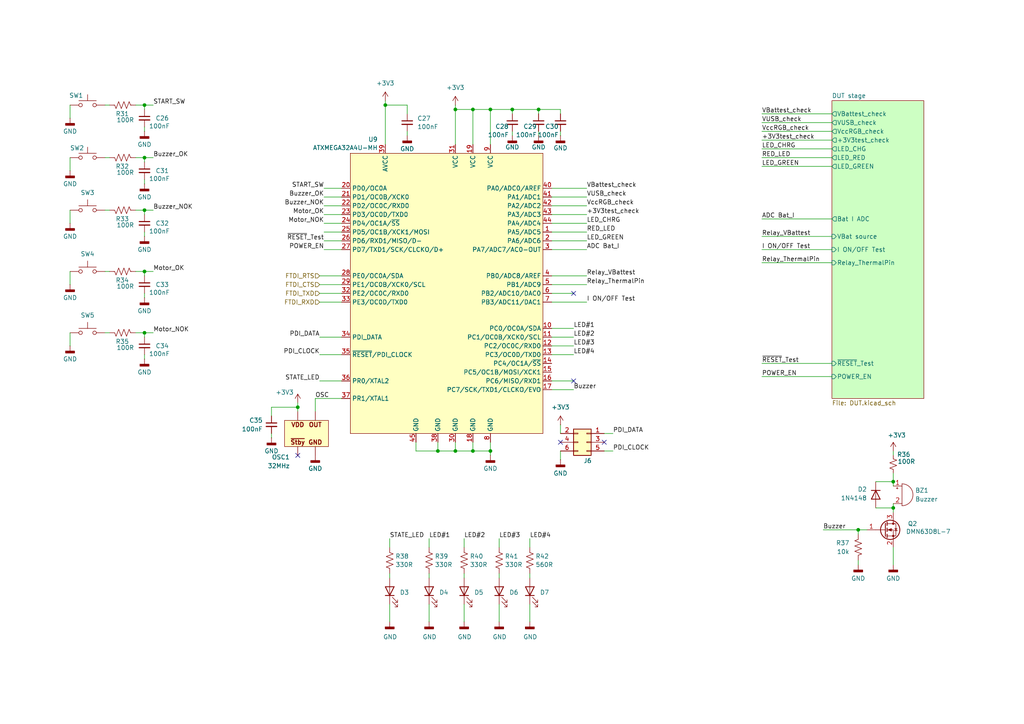
<source format=kicad_sch>
(kicad_sch (version 20250114) (generator "eeschema") (generator_version "9.0")
  (paper "A4")
  (lib_symbols
    (symbol "Connector_Generic:Conn_02x03_Odd_Even" (pin_names (offset 1.016) (hide yes))
      (property "Reference" "J" (at 1.27 5.08 0))
      (property "Value" "Conn_02x03_Odd_Even" (at 1.27 -5.08 0))
      (symbol "Conn_02x03_Odd_Even_1_1"
        (rectangle (start -1.27 3.81) (end 3.81 -3.81) (stroke (width 0.254)) (fill (type background)))
        (rectangle (start -1.27 2.667) (end 0 2.413) (stroke (width 0.1524)))
        (rectangle (start -1.27 0.127) (end 0 -0.127) (stroke (width 0.1524)))
        (rectangle (start -1.27 -2.413) (end 0 -2.667) (stroke (width 0.1524)))
        (rectangle (start 3.81 2.667) (end 2.54 2.413) (stroke (width 0.1524)))
        (rectangle (start 3.81 0.127) (end 2.54 -0.127) (stroke (width 0.1524)))
        (rectangle (start 3.81 -2.413) (end 2.54 -2.667) (stroke (width 0.1524)))
        (pin passive line (at -5.08 2.54 0) (length 3.81) (name "Pin_1") (number "1"))
        (pin passive line (at -5.08 0 0) (length 3.81) (name "Pin_3") (number "3"))
        (pin passive line (at -5.08 -2.54 0) (length 3.81) (name "Pin_5") (number "5"))
        (pin passive line (at 7.62 2.54 180) (length 3.81) (name "Pin_2") (number "2"))
        (pin passive line (at 7.62 0 180) (length 3.81) (name "Pin_4") (number "4"))
        (pin passive line (at 7.62 -2.54 180) (length 3.81) (name "Pin_6") (number "6"))
      )
    )
    (symbol "Device:Buzzer" (pin_names (offset 0.0254) (hide yes))
      (property "Reference" "BZ1" (at 3.81 1.2701 0))
      (property "Value" "Buzzer" (at 3.81 -1.2699 0))
      (symbol "Buzzer_0_1"
        (polyline (pts (xy -1.651 1.905) (xy -1.143 1.905)))
        (polyline (pts (xy -1.397 2.159) (xy -1.397 1.651)))
        (arc (start 0 3.175) (mid 3.1612 0) (end 0 -3.175))
        (polyline (pts (xy 0 3.175) (xy 0 -3.175)))
      )
      (symbol "Buzzer_1_1"
        (pin passive line (at -2.54 2.54 0) (length 2.54) (name "+") (number "1"))
        (pin passive line (at -2.54 -2.54 0) (length 2.54) (name "-") (number "2"))
        (pin passive line (at 1.27 -5.08 0) (length 2.54) (hide yes) (name "n.c.") (number "3"))
      )
    )
    (symbol "Device:C_Small" (pin_numbers (hide yes)) (pin_names (offset 0.254) (hide yes))
      (property "Reference" "C" (at 0.254 1.778 0))
      (property "Value" "C_Small" (at 0.254 -2.032 0))
      (symbol "C_Small_0_1"
        (polyline (pts (xy -1.524 0.508) (xy 1.524 0.508)) (stroke (width 0.3048)))
        (polyline (pts (xy -1.524 -0.508) (xy 1.524 -0.508)) (stroke (width 0.3302)))
      )
      (symbol "C_Small_1_1"
        (pin passive line (at 0 2.54 270) (length 2.032) (name "~") (number "1"))
        (pin passive line (at 0 -2.54 90) (length 2.032) (name "~") (number "2"))
      )
    )
    (symbol "Device:LED" (pin_numbers (hide yes)) (pin_names (offset 1.016) (hide yes))
      (property "Reference" "D" (at 0 2.54 0))
      (property "Value" "LED" (at 0 -2.54 0))
      (symbol "LED_0_1"
        (polyline (pts (xy -3.048 -0.762) (xy -4.572 -2.286) (xy -3.81 -2.286) (xy -4.572 -2.286) (xy -4.572 -1.524)))
        (polyline (pts (xy -1.778 -0.762) (xy -3.302 -2.286) (xy -2.54 -2.286) (xy -3.302 -2.286) (xy -3.302 -1.524)))
        (polyline (pts (xy -1.27 0) (xy 1.27 0)))
        (polyline (pts (xy -1.27 -1.27) (xy -1.27 1.27)) (stroke (width 0.254)))
        (polyline (pts (xy 1.27 -1.27) (xy 1.27 1.27) (xy -1.27 0) (xy 1.27 -1.27)) (stroke (width 0.254)))
      )
      (symbol "LED_1_1"
        (pin passive line (at -3.81 0 0) (length 2.54) (name "K") (number "1"))
        (pin passive line (at 3.81 0 180) (length 2.54) (name "A") (number "2"))
      )
    )
    (symbol "Device:R_Small_US" (pin_numbers (hide yes)) (pin_names (offset 0.254) (hide yes))
      (property "Reference" "R" (at 0.762 0.508 0))
      (property "Value" "R_Small_US" (at 0.762 -1.016 0))
      (symbol "R_Small_US_1_1"
        (polyline (pts (xy 0 1.524) (xy 1.016 1.143) (xy 0 0.762) (xy -1.016 0.381) (xy 0 0)))
        (polyline (pts (xy 0 0) (xy 1.016 -0.381) (xy 0 -0.762) (xy -1.016 -1.143) (xy 0 -1.524)))
        (pin passive line (at 0 2.54 270) (length 1.016) (name "~") (number "1"))
        (pin passive line (at 0 -2.54 90) (length 1.016) (name "~") (number "2"))
      )
    )
    (symbol "Device:R_US" (pin_numbers (hide yes)) (pin_names (offset 0))
      (property "Reference" "R" (at 2.54 0 90))
      (property "Value" "R_US" (at -2.54 0 90))
      (symbol "R_US_0_1"
        (polyline (pts (xy 0 2.286) (xy 0 2.54)))
        (polyline (pts (xy 0 2.286) (xy 1.016 1.905) (xy 0 1.524) (xy -1.016 1.143) (xy 0 0.762)))
        (polyline (pts (xy 0 0.762) (xy 1.016 0.381) (xy 0 0) (xy -1.016 -0.381) (xy 0 -0.762)))
        (polyline (pts (xy 0 -0.762) (xy 1.016 -1.143) (xy 0 -1.524) (xy -1.016 -1.905) (xy 0 -2.286)))
        (polyline (pts (xy 0 -2.286) (xy 0 -2.54)))
      )
      (symbol "R_US_1_1"
        (pin passive line (at 0 3.81 270) (length 1.27) (name "~") (number "1"))
        (pin passive line (at 0 -3.81 90) (length 1.27) (name "~") (number "2"))
      )
    )
    (symbol "Diode:1N4148W" (pin_numbers (hide yes)) (pin_names (hide yes))
      (property "Reference" "D" (at 0 2.54 0))
      (property "Value" "1N4148W" (at 0 -2.54 0))
      (symbol "1N4148W_0_1"
        (polyline (pts (xy -1.27 1.27) (xy -1.27 -1.27)) (stroke (width 0.254)))
        (polyline (pts (xy 1.27 1.27) (xy 1.27 -1.27) (xy -1.27 0) (xy 1.27 1.27)) (stroke (width 0.254)))
        (polyline (pts (xy 1.27 0) (xy -1.27 0)))
      )
      (symbol "1N4148W_1_1"
        (pin passive line (at -3.81 0 0) (length 2.54) (name "K") (number "1"))
        (pin passive line (at 3.81 0 180) (length 2.54) (name "A") (number "2"))
      )
    )
    (symbol "FED3 SymbLib:ATXMEGA32A4U"
      (property "Reference" "U" (at 25.0541 52.2775 0))
      (property "Value" "ATXMEGA32A4U-MH" (at 25.0541 49.8532 0))
      (symbol "ATXMEGA32A4U_1_0"
        (rectangle (start -22.86 48.26) (end 33.02 -33.02) (fill (type background)))
        (pin passive line (at -25.4 38.1 0) (length 2.54) (name "PA0/ADC0/AREF") (number "40"))
        (pin passive line (at -25.4 35.56 0) (length 2.54) (name "PA1/ADC1") (number "41"))
        (pin passive line (at -25.4 33.02 0) (length 2.54) (name "PA2/ADC2") (number "42"))
        (pin passive line (at -25.4 30.48 0) (length 2.54) (name "PA3/ADC3") (number "43"))
        (pin passive line (at -25.4 27.94 0) (length 2.54) (name "PA4/ADC4") (number "44"))
        (pin passive line (at -25.4 25.4 0) (length 2.54) (name "PA5/ADC5") (number "1"))
        (pin passive line (at -25.4 22.86 0) (length 2.54) (name "PA6/ADC6") (number "2"))
        (pin passive line (at -25.4 20.32 0) (length 2.54) (name "PA7/ADC7/AC0-OUT") (number "3"))
        (pin passive line (at -25.4 12.7 0) (length 2.54) (name "PB0/ADC8/AREF") (number "4"))
        (pin passive line (at -25.4 10.16 0) (length 2.54) (name "PB1/ADC9") (number "5"))
        (pin passive line (at -25.4 7.62 0) (length 2.54) (name "PB2/ADC10/DAC0") (number "6"))
        (pin passive line (at -25.4 5.08 0) (length 2.54) (name "PB3/ADC11/DAC1") (number "7"))
        (pin passive line (at -25.4 -2.54 0) (length 2.54) (name "PC0/OC0A/SDA") (number "10"))
        (pin passive line (at -25.4 -5.08 0) (length 2.54) (name "PC1/OC0B/XCK0/SCL") (number "11"))
        (pin passive line (at -25.4 -7.62 0) (length 2.54) (name "PC2/OC0C/RXD0") (number "12"))
        (pin passive line (at -25.4 -10.16 0) (length 2.54) (name "PC3/OC0D/TXD0") (number "13"))
        (pin passive line (at -25.4 -12.7 0) (length 2.54) (name "PC4/OC1A/~{SS}") (number "14"))
        (pin passive line (at -25.4 -15.24 0) (length 2.54) (name "PC5/OC1B/MOSI/XCK1") (number "15"))
        (pin passive line (at -25.4 -17.78 0) (length 2.54) (name "PC6/MISO/RXD1") (number "16"))
        (pin passive line (at -25.4 -20.32 0) (length 2.54) (name "PC7/SCK/TXD1/CLCKO/EVO") (number "17"))
        (pin passive line (at -7.62 50.8 270) (length 2.54) (name "VCC") (number "9"))
        (pin passive line (at -7.62 -35.56 90) (length 2.54) (name "GND") (number "8"))
        (pin passive line (at -2.54 50.8 270) (length 2.54) (name "VCC") (number "19"))
        (pin passive line (at -2.54 -35.56 90) (length 2.54) (name "GND") (number "18"))
        (pin passive line (at 2.54 50.8 270) (length 2.54) (name "VCC") (number "31"))
        (pin passive line (at 2.54 -35.56 90) (length 2.54) (name "GND") (number "30"))
        (pin passive line (at 7.62 -35.56 90) (length 2.54) (name "GND") (number "38"))
        (pin passive line (at 13.97 -35.56 90) (length 2.54) (name "GND") (number "45"))
        (pin passive line (at 22.86 50.8 270) (length 2.54) (name "AVCC") (number "39"))
        (pin passive line (at 35.56 38.1 180) (length 2.54) (name "PD0/OC0A") (number "20"))
        (pin passive line (at 35.56 35.56 180) (length 2.54) (name "PD1/OC0B/XCK0") (number "21"))
        (pin passive line (at 35.56 33.02 180) (length 2.54) (name "PD2/OC0C/RXD0") (number "22"))
        (pin passive line (at 35.56 30.48 180) (length 2.54) (name "PD3/OC0D/TXD0") (number "23"))
        (pin passive line (at 35.56 27.94 180) (length 2.54) (name "PD4/OC1A/~{SS}") (number "24"))
        (pin passive line (at 35.56 25.4 180) (length 2.54) (name "PD5/OC1B/XCK1/MOSI") (number "25"))
        (pin passive line (at 35.56 22.86 180) (length 2.54) (name "PD6/RXD1/MISO/D-") (number "26"))
        (pin passive line (at 35.56 20.32 180) (length 2.54) (name "PD7/TXD1/SCK/CLCKO/D+") (number "27"))
        (pin passive line (at 35.56 12.7 180) (length 2.54) (name "PE0/OC0A/SDA") (number "28"))
        (pin passive line (at 35.56 10.16 180) (length 2.54) (name "PE1/OC0B/XCK0/SCL") (number "29"))
        (pin passive line (at 35.56 7.62 180) (length 2.54) (name "PE2/OC0C/RXD0") (number "32"))
        (pin passive line (at 35.56 5.08 180) (length 2.54) (name "PE3/OC0D/TXD0") (number "33"))
        (pin passive line (at 35.56 -5.08 180) (length 2.54) (name "PDI_DATA") (number "34"))
        (pin passive line (at 35.56 -10.16 180) (length 2.54) (name "~{RESET}/PDI_CLOCK") (number "35"))
        (pin passive line (at 35.56 -17.78 180) (length 2.54) (name "PR0/XTAL2") (number "36"))
        (pin passive line (at 35.56 -22.86 180) (length 2.54) (name "PR1/XTAL1") (number "37"))
      )
    )
    (symbol "FED3 SymbLib:OSC_1"
      (property "Reference" "OSC1" (at 4.826 -8.128 0))
      (property "Value" "32MHz" (at 4.826 -10.668 0))
      (symbol "OSC_1_1_0"
        (rectangle (start 6.35 2.54) (end -6.35 -5.08) (fill (type background)))
        (pin passive line (at -2.54 5.08 270) (length 2.54) (name "OUT") (number "3"))
        (pin passive line (at -2.54 -7.62 90) (length 2.54) (name "GND") (number "2"))
        (pin passive line (at 2.54 5.08 270) (length 2.54) (name "VDD") (number "4"))
        (pin passive line (at 2.54 -7.62 90) (length 2.54) (name "~{Stby}") (number "1"))
      )
      (symbol "OSC_1_1_1"
        (text "OUT" (at -2.54 1.27 0) (effects (font (size 1.27 1.27) (bold yes))))
        (text "GND" (at -2.54 -3.81 0) (effects (font (size 1.27 1.27) (bold yes))))
        (text "VDD" (at 2.54 1.27 0) (effects (font (size 1.27 1.27) (bold yes))))
        (text "~{Stby}" (at 2.54 -3.81 0) (effects (font (size 1.27 1.27) (bold yes))))
      )
    )
    (symbol "Switch:SW_Push" (pin_numbers (hide yes)) (pin_names (offset 1.016) (hide yes))
      (property "Reference" "SW" (at 1.27 2.54 0))
      (property "Value" "SW_Push" (at 0 -1.524 0))
      (symbol "SW_Push_0_1"
        (circle (center -2.032 0) (radius 0.508))
        (polyline (pts (xy 0 1.27) (xy 0 3.048)))
        (circle (center 2.032 0) (radius 0.508))
        (polyline (pts (xy 2.54 1.27) (xy -2.54 1.27)))
        (pin passive line (at -5.08 0 0) (length 2.54) (name "1") (number "1"))
        (pin passive line (at 5.08 0 180) (length 2.54) (name "2") (number "2"))
      )
    )
    (symbol "Transistor_FET:IRLML2060" (pin_names (offset 0) (hide yes))
      (property "Reference" "Q?" (at -2.286 -2.54 0))
      (property "Value" "DMN63D8L-7" (at -4.064 -5.08 0))
      (symbol "IRLML2060_0_1"
        (polyline (pts (xy 0.254 1.905) (xy 0.254 -1.905)) (stroke (width 0.254)))
        (polyline (pts (xy 0.254 0) (xy -2.54 0)))
        (polyline (pts (xy 0.762 2.286) (xy 0.762 1.27)) (stroke (width 0.254)))
        (polyline (pts (xy 0.762 0.508) (xy 0.762 -0.508)) (stroke (width 0.254)))
        (polyline (pts (xy 0.762 -1.27) (xy 0.762 -2.286)) (stroke (width 0.254)))
        (polyline (pts (xy 0.762 -1.778) (xy 3.302 -1.778) (xy 3.302 1.778) (xy 0.762 1.778)))
        (polyline (pts (xy 1.016 0) (xy 2.032 0.381) (xy 2.032 -0.381) (xy 1.016 0)) (fill (type outline)))
        (circle (center 1.651 0) (radius 2.794) (stroke (width 0.254)))
        (polyline (pts (xy 2.54 2.54) (xy 2.54 1.778)))
        (circle (center 2.54 1.778) (radius 0.254) (fill (type outline)))
        (circle (center 2.54 -1.778) (radius 0.254) (fill (type outline)))
        (polyline (pts (xy 2.54 -2.54) (xy 2.54 0) (xy 0.762 0)))
        (polyline (pts (xy 2.921 0.381) (xy 3.683 0.381)))
        (polyline (pts (xy 3.302 0.381) (xy 2.921 -0.254) (xy 3.683 -0.254) (xy 3.302 0.381)))
      )
      (symbol "IRLML2060_1_1"
        (pin input line (at -5.08 0 0) (length 2.54) (name "G") (number "1"))
        (pin passive line (at 2.54 5.08 270) (length 2.54) (name "D") (number "3"))
        (pin passive line (at 2.54 -5.08 90) (length 2.54) (name "S") (number "2"))
      )
    )
    (symbol "power:+3V3" (power) (pin_numbers (hide yes)) (pin_names (offset 0) (hide yes))
      (property "Value" "+3V3" (at 0 3.556 0))
      (symbol "+3V3_0_1"
        (polyline (pts (xy -0.762 1.27) (xy 0 2.54)))
        (polyline (pts (xy 0 2.54) (xy 0.762 1.27)))
        (polyline (pts (xy 0 0) (xy 0 2.54)))
      )
      (symbol "+3V3_1_1"
        (pin power_in line (at 0 0 90) (length 0) (name "~") (number "1"))
      )
    )
    (symbol "power:GNDD" (power) (pin_numbers (hide yes)) (pin_names (offset 0) (hide yes))
      (property "Value" "GNDD" (at 0 -3.175 0))
      (symbol "GNDD_0_1"
        (rectangle (start -1.27 -1.524) (end 1.27 -2.032) (stroke (width 0.254)) (fill (type outline)))
        (polyline (pts (xy 0 0) (xy 0 -1.524)))
      )
      (symbol "GNDD_1_1"
        (pin power_in line (at 0 0 270) (length 0) (name "~") (number "1"))
      )
    )
  )
  (junction (at 248.92 153.67))
  (junction (at 41.91 45.72))
  (junction (at 156.21 31.75))
  (junction (at 259.08 139.7))
  (junction (at 259.08 147.32))
  (junction (at 132.08 31.75))
  (junction (at 111.76 30.48))
  (junction (at 132.08 130.81))
  (junction (at 41.91 96.52))
  (junction (at 142.24 130.81))
  (junction (at 41.91 60.96))
  (junction (at 41.91 78.74))
  (junction (at 142.24 31.75))
  (junction (at 41.91 30.48))
  (junction (at 86.36 118.11))
  (junction (at 127 130.81))
  (junction (at 137.16 130.81))
  (junction (at 137.16 31.75))
  (junction (at 148.59 31.75))
  (no_connect (at 166.37 85.09))
  (no_connect (at 162.56 128.27))
  (no_connect (at 175.26 128.27))
  (no_connect (at 166.37 110.49))
  (no_connect (at 86.36 132.08))
  (wire (pts (xy 99.06 87.63) (xy 92.71 87.63)))
  (wire (pts (xy 153.67 180.34) (xy 153.67 175.26)))
  (wire (pts (xy 124.46 156.21) (xy 124.46 158.75)))
  (wire (pts (xy 93.98 69.85) (xy 99.06 69.85)))
  (wire (pts (xy 156.21 33.02) (xy 156.21 31.75)))
  (wire (pts (xy 91.44 115.57) (xy 91.44 119.38)))
  (wire (pts (xy 259.08 137.16) (xy 259.08 139.7)))
  (wire (pts (xy 99.06 97.79) (xy 92.71 97.79)))
  (wire (pts (xy 132.08 31.75) (xy 132.08 41.91)))
  (wire (pts (xy 162.56 39.37) (xy 162.56 38.1)))
  (wire (pts (xy 113.03 180.34) (xy 113.03 175.26)))
  (wire (pts (xy 170.18 80.01) (xy 160.02 80.01)))
  (wire (pts (xy 93.98 67.31) (xy 99.06 67.31)))
  (wire (pts (xy 120.65 128.27) (xy 120.65 130.81)))
  (wire (pts (xy 162.56 130.81) (xy 162.56 133.35)))
  (wire (pts (xy 124.46 180.34) (xy 124.46 175.26)))
  (wire (pts (xy 137.16 128.27) (xy 137.16 130.81)))
  (wire (pts (xy 160.02 113.03) (xy 166.37 113.03)))
  (wire (pts (xy 220.98 76.2) (xy 241.3 76.2)))
  (wire (pts (xy 120.65 130.81) (xy 127 130.81)))
  (wire (pts (xy 41.91 45.72) (xy 44.45 45.72)))
  (wire (pts (xy 177.8 125.73) (xy 175.26 125.73)))
  (wire (pts (xy 41.91 60.96) (xy 41.91 62.23)))
  (wire (pts (xy 170.18 62.23) (xy 160.02 62.23)))
  (wire (pts (xy 41.91 30.48) (xy 41.91 31.75)))
  (wire (pts (xy 166.37 95.25) (xy 160.02 95.25)))
  (wire (pts (xy 99.06 80.01) (xy 92.71 80.01)))
  (wire (pts (xy 156.21 31.75) (xy 162.56 31.75)))
  (wire (pts (xy 39.37 78.74) (xy 41.91 78.74)))
  (wire (pts (xy 220.98 45.72) (xy 241.3 45.72)))
  (wire (pts (xy 238.76 153.67) (xy 248.92 153.67)))
  (wire (pts (xy 118.11 33.02) (xy 118.11 30.48)))
  (wire (pts (xy 92.71 110.49) (xy 99.06 110.49)))
  (wire (pts (xy 153.67 156.21) (xy 153.67 158.75)))
  (wire (pts (xy 41.91 104.14) (xy 41.91 102.87)))
  (wire (pts (xy 132.08 128.27) (xy 132.08 130.81)))
  (wire (pts (xy 93.98 59.69) (xy 99.06 59.69)))
  (wire (pts (xy 118.11 38.1) (xy 118.11 39.37)))
  (wire (pts (xy 148.59 31.75) (xy 142.24 31.75)))
  (wire (pts (xy 220.98 72.39) (xy 241.3 72.39)))
  (wire (pts (xy 20.32 60.96) (xy 20.32 64.77)))
  (wire (pts (xy 148.59 31.75) (xy 156.21 31.75)))
  (wire (pts (xy 132.08 130.81) (xy 137.16 130.81)))
  (wire (pts (xy 220.98 105.41) (xy 241.3 105.41)))
  (wire (pts (xy 259.08 163.83) (xy 259.08 158.75)))
  (wire (pts (xy 220.98 63.5) (xy 241.3 63.5)))
  (wire (pts (xy 220.98 40.64) (xy 241.3 40.64)))
  (wire (pts (xy 170.18 82.55) (xy 160.02 82.55)))
  (wire (pts (xy 41.91 86.36) (xy 41.91 85.09)))
  (wire (pts (xy 134.62 166.37) (xy 134.62 167.64)))
  (wire (pts (xy 86.36 116.84) (xy 86.36 118.11)))
  (wire (pts (xy 41.91 53.34) (xy 41.91 52.07)))
  (wire (pts (xy 93.98 62.23) (xy 99.06 62.23)))
  (wire (pts (xy 166.37 85.09) (xy 160.02 85.09)))
  (wire (pts (xy 144.78 180.34) (xy 144.78 175.26)))
  (wire (pts (xy 39.37 96.52) (xy 41.91 96.52)))
  (wire (pts (xy 220.98 38.1) (xy 241.3 38.1)))
  (wire (pts (xy 20.32 96.52) (xy 20.32 100.33)))
  (wire (pts (xy 177.8 130.81) (xy 175.26 130.81)))
  (wire (pts (xy 170.18 87.63) (xy 160.02 87.63)))
  (wire (pts (xy 41.91 38.1) (xy 41.91 36.83)))
  (wire (pts (xy 254 139.7) (xy 259.08 139.7)))
  (wire (pts (xy 93.98 57.15) (xy 99.06 57.15)))
  (wire (pts (xy 39.37 45.72) (xy 41.91 45.72)))
  (wire (pts (xy 170.18 57.15) (xy 160.02 57.15)))
  (wire (pts (xy 170.18 69.85) (xy 160.02 69.85)))
  (wire (pts (xy 99.06 102.87) (xy 92.71 102.87)))
  (wire (pts (xy 99.06 85.09) (xy 92.71 85.09)))
  (wire (pts (xy 20.32 78.74) (xy 20.32 82.55)))
  (wire (pts (xy 113.03 166.37) (xy 113.03 167.64)))
  (wire (pts (xy 41.91 45.72) (xy 41.91 46.99)))
  (wire (pts (xy 41.91 96.52) (xy 44.45 96.52)))
  (wire (pts (xy 111.76 30.48) (xy 111.76 41.91)))
  (wire (pts (xy 144.78 166.37) (xy 144.78 167.64)))
  (wire (pts (xy 162.56 33.02) (xy 162.56 31.75)))
  (wire (pts (xy 41.91 60.96) (xy 44.45 60.96)))
  (wire (pts (xy 144.78 156.21) (xy 144.78 158.75)))
  (wire (pts (xy 111.76 29.21) (xy 111.76 30.48)))
  (wire (pts (xy 148.59 33.02) (xy 148.59 31.75)))
  (wire (pts (xy 142.24 128.27) (xy 142.24 130.81)))
  (wire (pts (xy 166.37 97.79) (xy 160.02 97.79)))
  (wire (pts (xy 259.08 147.32) (xy 259.08 148.59)))
  (wire (pts (xy 142.24 31.75) (xy 137.16 31.75)))
  (wire (pts (xy 170.18 72.39) (xy 160.02 72.39)))
  (wire (pts (xy 248.92 153.67) (xy 251.46 153.67)))
  (wire (pts (xy 99.06 82.55) (xy 92.71 82.55)))
  (wire (pts (xy 142.24 31.75) (xy 142.24 41.91)))
  (wire (pts (xy 162.56 123.19) (xy 162.56 125.73)))
  (wire (pts (xy 41.91 96.52) (xy 41.91 97.79)))
  (wire (pts (xy 166.37 110.49) (xy 160.02 110.49)))
  (wire (pts (xy 41.91 78.74) (xy 44.45 78.74)))
  (wire (pts (xy 30.48 60.96) (xy 31.75 60.96)))
  (wire (pts (xy 259.08 139.7) (xy 259.08 140.97)))
  (wire (pts (xy 41.91 30.48) (xy 44.45 30.48)))
  (wire (pts (xy 170.18 59.69) (xy 160.02 59.69)))
  (wire (pts (xy 111.76 30.48) (xy 118.11 30.48)))
  (wire (pts (xy 220.98 35.56) (xy 241.3 35.56)))
  (wire (pts (xy 259.08 130.81) (xy 259.08 132.08)))
  (wire (pts (xy 153.67 166.37) (xy 153.67 167.64)))
  (wire (pts (xy 30.48 30.48) (xy 31.75 30.48)))
  (wire (pts (xy 99.06 115.57) (xy 91.44 115.57)))
  (wire (pts (xy 134.62 180.34) (xy 134.62 175.26)))
  (wire (pts (xy 259.08 147.32) (xy 259.08 146.05)))
  (wire (pts (xy 127 130.81) (xy 132.08 130.81)))
  (wire (pts (xy 30.48 96.52) (xy 31.75 96.52)))
  (wire (pts (xy 220.98 109.22) (xy 241.3 109.22)))
  (wire (pts (xy 220.98 43.18) (xy 241.3 43.18)))
  (wire (pts (xy 142.24 130.81) (xy 142.24 132.08)))
  (wire (pts (xy 137.16 130.81) (xy 142.24 130.81)))
  (wire (pts (xy 20.32 45.72) (xy 20.32 49.53)))
  (wire (pts (xy 30.48 78.74) (xy 31.75 78.74)))
  (wire (pts (xy 78.74 118.11) (xy 78.74 120.65)))
  (wire (pts (xy 30.48 45.72) (xy 31.75 45.72)))
  (wire (pts (xy 86.36 118.11) (xy 86.36 119.38)))
  (wire (pts (xy 148.59 39.37) (xy 148.59 38.1)))
  (wire (pts (xy 220.98 68.58) (xy 241.3 68.58)))
  (wire (pts (xy 166.37 102.87) (xy 160.02 102.87)))
  (wire (pts (xy 254 147.32) (xy 259.08 147.32)))
  (wire (pts (xy 220.98 33.02) (xy 241.3 33.02)))
  (wire (pts (xy 166.37 100.33) (xy 160.02 100.33)))
  (wire (pts (xy 93.98 72.39) (xy 99.06 72.39)))
  (wire (pts (xy 39.37 30.48) (xy 41.91 30.48)))
  (wire (pts (xy 39.37 60.96) (xy 41.91 60.96)))
  (wire (pts (xy 20.32 30.48) (xy 20.32 34.29)))
  (wire (pts (xy 127 128.27) (xy 127 130.81)))
  (wire (pts (xy 78.74 125.73) (xy 78.74 127)))
  (wire (pts (xy 93.98 54.61) (xy 99.06 54.61)))
  (wire (pts (xy 220.98 48.26) (xy 241.3 48.26)))
  (wire (pts (xy 170.18 67.31) (xy 160.02 67.31)))
  (wire (pts (xy 156.21 39.37) (xy 156.21 38.1)))
  (wire (pts (xy 93.98 64.77) (xy 99.06 64.77)))
  (wire (pts (xy 248.92 163.83) (xy 248.92 162.56)))
  (wire (pts (xy 41.91 68.58) (xy 41.91 67.31)))
  (wire (pts (xy 124.46 166.37) (xy 124.46 167.64)))
  (wire (pts (xy 248.92 154.94) (xy 248.92 153.67)))
  (wire (pts (xy 113.03 156.21) (xy 113.03 158.75)))
  (wire (pts (xy 170.18 54.61) (xy 160.02 54.61)))
  (wire (pts (xy 134.62 156.21) (xy 134.62 158.75)))
  (wire (pts (xy 132.08 30.48) (xy 132.08 31.75)))
  (wire (pts (xy 41.91 78.74) (xy 41.91 80.01)))
  (wire (pts (xy 86.36 118.11) (xy 78.74 118.11)))
  (wire (pts (xy 170.18 64.77) (xy 160.02 64.77)))
  (wire (pts (xy 137.16 31.75) (xy 132.08 31.75)))
  (wire (pts (xy 137.16 31.75) (xy 137.16 41.91)))
  (label "OSC" (at 91.44 115.57 0))
  (label "Motor_NOK" (at 93.98 64.77 180))
  (label "LED#4" (at 166.37 102.87 0))
  (label "LED#4" (at 153.67 156.21 0))
  (label "PDI_CLOCK" (at 177.8 130.81 0))
  (label "~{RESET}_Test" (at 93.98 69.85 180))
  (label "Buzzer" (at 238.76 153.67 0))
  (label "Buzzer_NOK" (at 44.45 60.96 0))
  (label "Buzzer_NOK" (at 93.98 59.69 180))
  (label "LED#1" (at 166.37 95.25 0))
  (label "RED_LED" (at 220.98 45.72 0))
  (label "ADC Bat_I" (at 170.18 72.39 0))
  (label "STATE_LED" (at 113.03 156.21 0))
  (label "STATE_LED" (at 92.71 110.49 180))
  (label "LED#3" (at 166.37 100.33 0))
  (label "Motor_OK" (at 93.98 62.23 180))
  (label "I ON{slash}OFF Test" (at 170.18 87.63 0))
  (label "+3V3test_check" (at 170.18 62.23 0))
  (label "START_SW" (at 44.45 30.48 0))
  (label "PDI_CLOCK" (at 92.71 102.87 180))
  (label "+3V3test_check" (at 220.98 40.64 0))
  (label "Buzzer_OK" (at 93.98 57.15 180))
  (label "Relay_ThermalPin" (at 220.98 76.2 0))
  (label "LED_CHRG" (at 220.98 43.18 0))
  (label "LED#3" (at 144.78 156.21 0))
  (label "POWER_EN" (at 93.98 72.39 180))
  (label "VBattest_check" (at 220.98 33.02 0))
  (label "RED_LED" (at 170.18 67.31 0))
  (label "I ON{slash}OFF Test" (at 220.98 72.39 0))
  (label "Relay_ThermalPin" (at 170.18 82.55 0))
  (label "LED_GREEN" (at 220.98 48.26 0))
  (label "~{RESET}_Test" (at 220.98 105.41 0))
  (label "VccRGB_check" (at 170.18 59.69 0))
  (label "ADC Bat_I" (at 220.98 63.5 0))
  (label "PDI_DATA" (at 92.71 97.79 180))
  (label "LED#2" (at 134.62 156.21 0))
  (label "VUSB_check" (at 170.18 57.15 0))
  (label "Motor_OK" (at 44.45 78.74 0))
  (label "Relay_VBattest" (at 170.18 80.01 0))
  (label "LED#2" (at 166.37 97.79 0))
  (label "Motor_NOK" (at 44.45 96.52 0))
  (label "Buzzer_OK" (at 44.45 45.72 0))
  (label "VccRGB_check" (at 220.98 38.1 0))
  (label "VBattest_check" (at 170.18 54.61 0))
  (label "VUSB_check" (at 220.98 35.56 0))
  (label "Relay_VBattest" (at 220.98 68.58 0))
  (label "PDI_DATA" (at 177.8 125.73 0))
  (label "Buzzer" (at 166.37 113.03 0))
  (label "LED_CHRG" (at 170.18 64.77 0))
  (label "START_SW" (at 93.98 54.61 180))
  (label "LED_GREEN" (at 170.18 69.85 0))
  (label "LED#1" (at 124.46 156.21 0))
  (label "POWER_EN" (at 220.98 109.22 0))
  (hierarchical_label "FTDI_RXD" (shape input) (at 92.71 87.63 180))
  (hierarchical_label "FTDI_RTS" (shape input) (at 92.71 80.01 180))
  (hierarchical_label "FTDI_TXD" (shape input) (at 92.71 85.09 180))
  (hierarchical_label "FTDI_CTS" (shape input) (at 92.71 82.55 180))
  (symbol (lib_id "Device:R_US") (at 35.56 60.96 270) (mirror x) (unit 1)
    (property "Reference" "R33" (at 33.528 63.5 90) (effects (justify left)))
    (property "Value" "100R" (at 33.782 65.278 90) (effects (justify left)))
    (property "Footprint" "Resistor_SMD:R_0402_1005Metric" (effects (hide yes)))
    (property "Description" "SMD 0402 10kΩ ±1% 0.063W" (effects (hide yes)))
    (property "MPN" "CRCW040210K0FKED" (effects (hide yes)))
    (property "OEPSPN" "OEPS020030" (effects (hide yes)))
  )
  (symbol (lib_id "Switch:SW_Push") (at 25.4 45.72 0) (unit 1)
    (property "Reference" "SW2" (at 22.352 42.926 0))
    (property "Value" "SW_SPST" (effects (hide yes)))
    (property "Footprint" "Button_Switch_SMD:SW_SPST_TL3305B" (effects (hide yes)))
    (property "Description" "Push button switch" (effects (hide yes)))
    (property "MPN" "TL3305BF260QG" (effects (hide yes)))
    (property "OEPSPN" "OEPS100061" (effects (hide yes)))
  )
  (symbol (lib_id "Switch:SW_Push") (at 25.4 60.96 0) (unit 1)
    (property "Reference" "SW3" (at 25.4 55.88 0))
    (property "Value" "SW_SPST" (effects (hide yes)))
    (property "Footprint" "Button_Switch_SMD:SW_SPST_TL3305B" (effects (hide yes)))
    (property "Description" "Push button switch" (effects (hide yes)))
    (property "MPN" "TL3305BF260QG" (effects (hide yes)))
    (property "OEPSPN" "OEPS100061" (effects (hide yes)))
  )
  (symbol (lib_id "Device:LED") (at 113.03 171.45 90) (unit 1)
    (property "Reference" "D3" (at 115.951 171.8253 90) (effects (justify right)))
    (property "Value" "Green LED" (effects (hide yes)))
    (property "Footprint" "LED_SMD:LED_0603_1608Metric" (effects (hide yes)))
    (property "Description" "LED 0603 Green 571nm 20mA" (effects (hide yes)))
    (property "MPN" "LTST-C191KGKT" (effects (hide yes)))
    (property "OEPSPN" "OEPS030005 " (effects (hide yes)))
  )
  (symbol (lib_id "Device:R_US") (at 124.46 162.56 180) (unit 1)
    (property "Reference" "R39" (at 126.111 161.3478 0) (effects (justify right)))
    (property "Value" "330R" (at 126.111 163.7721 0) (effects (justify right)))
    (property "Footprint" "Resistor_SMD:R_0402_1005Metric" (effects (hide yes)))
    (property "Description" "Resistor, small US symbol" (effects (hide yes)))
    (property "MPN" "CRCW0402330RFKEDHP" (effects (hide yes)))
    (property "OEPSPN" "OEPS020191" (effects (hide yes)))
  )
  (symbol (lib_id "power:GNDD") (at 91.44 132.08 0) (mirror y) (unit 1)
    (property "Reference" "#PWR081" (effects (hide yes)))
    (property "Value" "GND" (at 91.44 135.89 0))
    (property "Description" "Power symbol creates a global label with name \"GNDD\" , digital ground" (effects (hide yes)))
  )
  (symbol (lib_id "Switch:SW_Push") (at 25.4 96.52 0) (unit 1)
    (property "Reference" "SW5" (at 25.4 91.44 0))
    (property "Value" "SW_SPST" (effects (hide yes)))
    (property "Footprint" "Button_Switch_SMD:SW_SPST_TL3305B" (effects (hide yes)))
    (property "Description" "Push button switch" (effects (hide yes)))
    (property "MPN" "TL3305BF260QG" (effects (hide yes)))
    (property "OEPSPN" "OEPS100061" (effects (hide yes)))
  )
  (symbol (lib_id "power:GNDD") (at 124.46 180.34 0) (unit 1)
    (property "Reference" "#PWR087" (effects (hide yes)))
    (property "Value" "GND" (at 124.587 184.7342 0))
    (property "Description" "Power symbol creates a global label with name \"GNDD\" , digital ground" (effects (hide yes)))
  )
  (symbol (lib_id "Device:C_Small") (at 41.91 64.77 0) (mirror y) (unit 1)
    (property "Reference" "C32" (at 49.022 64.77 0) (effects (justify left)))
    (property "Value" "100nF" (at 49.276 67.056 0) (effects (justify left)))
    (property "Footprint" "Capacitor_SMD:C_0402_1005Metric" (effects (hide yes)))
    (property "Description" "Unpolarized capacitor, small symbol" (effects (hide yes)))
    (property "MPN" "C1005X7R1E104K050BB" (effects (hide yes)))
    (property "OEPSPN" "OEPS010050" (effects (hide yes)))
  )
  (symbol (lib_id "Device:C_Small") (at 41.91 49.53 0) (mirror y) (unit 1)
    (property "Reference" "C31" (at 49.022 49.53 0) (effects (justify left)))
    (property "Value" "100nF" (at 49.276 51.816 0) (effects (justify left)))
    (property "Footprint" "Capacitor_SMD:C_0402_1005Metric" (effects (hide yes)))
    (property "Description" "Unpolarized capacitor, small symbol" (effects (hide yes)))
    (property "MPN" "C1005X7R1E104K050BB" (effects (hide yes)))
    (property "OEPSPN" "OEPS010050" (effects (hide yes)))
  )
  (symbol (lib_id "power:GNDD") (at 20.32 34.29 0) (mirror y) (unit 1)
    (property "Reference" "#PWR063" (effects (hide yes)))
    (property "Value" "GND" (at 20.32 38.1 0))
    (property "Description" "Power symbol creates a global label with name \"GNDD\" , digital ground" (effects (hide yes)))
  )
  (symbol (lib_id "Device:C_Small") (at 41.91 100.33 0) (mirror y) (unit 1)
    (property "Reference" "C34" (at 49.022 100.33 0) (effects (justify left)))
    (property "Value" "100nF" (at 49.276 102.616 0) (effects (justify left)))
    (property "Footprint" "Capacitor_SMD:C_0402_1005Metric" (effects (hide yes)))
    (property "Description" "Unpolarized capacitor, small symbol" (effects (hide yes)))
    (property "MPN" "C1005X7R1E104K050BB" (effects (hide yes)))
    (property "OEPSPN" "OEPS010050" (effects (hide yes)))
  )
  (symbol (lib_id "power:GNDD") (at 248.92 163.83 0) (unit 1)
    (property "Reference" "#PWR084" (effects (hide yes)))
    (property "Value" "GND" (at 248.92 167.767 0))
    (property "Description" "Power symbol creates a global label with name \"GNDD\" , digital ground" (effects (hide yes)))
  )
  (symbol (lib_id "Device:LED") (at 134.62 171.45 90) (unit 1)
    (property "Reference" "D5" (at 137.541 171.8253 90) (effects (justify right)))
    (property "Value" "Green LED" (effects (hide yes)))
    (property "Footprint" "LED_SMD:LED_0603_1608Metric" (effects (hide yes)))
    (property "Description" "LED 0603 Green 571nm 20mA" (effects (hide yes)))
    (property "MPN" "LTST-C191KGKT" (effects (hide yes)))
    (property "OEPSPN" "OEPS030005 " (effects (hide yes)))
  )
  (symbol (lib_id "Device:LED") (at 153.67 171.45 90) (unit 1)
    (property "Reference" "D7" (at 156.591 171.8253 90) (effects (justify right)))
    (property "Value" "Green LED" (effects (hide yes)))
    (property "Footprint" "LED_SMD:LED_0603_1608Metric" (effects (hide yes)))
    (property "Description" "LED 0603 Green 571nm 20mA" (effects (hide yes)))
    (property "MPN" "LTST-C191KGKT" (effects (hide yes)))
    (property "OEPSPN" "OEPS030005" (effects (hide yes)))
  )
  (symbol (lib_id "Device:R_US") (at 35.56 96.52 270) (mirror x) (unit 1)
    (property "Reference" "R35" (at 33.528 99.06 90) (effects (justify left)))
    (property "Value" "100R" (at 33.782 100.838 90) (effects (justify left)))
    (property "Footprint" "Resistor_SMD:R_0402_1005Metric" (effects (hide yes)))
    (property "Description" "SMD 0402 10kΩ ±1% 0.063W" (effects (hide yes)))
    (property "MPN" "CRCW040210K0FKED" (effects (hide yes)))
    (property "OEPSPN" "OEPS020030" (effects (hide yes)))
  )
  (symbol (lib_id "Device:R_US") (at 248.92 158.75 0) (mirror x) (unit 1)
    (property "Reference" "R37" (at 246.38 157.4799 0) (effects (justify right)))
    (property "Value" "10k" (at 246.38 160.0199 0) (effects (justify right)))
    (property "Footprint" "Resistor_SMD:R_0402_1005Metric" (effects (hide yes)))
    (property "Description" "SMD 0402 10kΩ ±0.1% 0.063W" (effects (hide yes)))
    (property "MPN" "OEPS020043" (effects (hide yes)))
    (property "OEPSPN" "CPF0402B10KE1" (effects (hide yes)))
  )
  (symbol (lib_id "power:GNDD") (at 156.21 39.37 0) (mirror y) (unit 1)
    (property "Reference" "#PWR067" (effects (hide yes)))
    (property "Value" "GND" (at 156.21 42.672 0))
    (property "Description" "Power symbol creates a global label with name \"GNDD\" , digital ground" (effects (hide yes)))
  )
  (symbol (lib_id "Device:C_Small") (at 162.56 35.56 0) (mirror y) (unit 1)
    (property "Reference" "C30" (at 162.052 36.6917 0) (effects (justify left)))
    (property "Value" "100nF" (at 162.052 39.116 0) (effects (justify left)))
    (property "Footprint" "Capacitor_SMD:C_0402_1005Metric" (effects (hide yes)))
    (property "Description" "Unpolarized capacitor, small symbol" (effects (hide yes)))
    (property "MPN" "C1005X7R1E104K050BB" (effects (hide yes)))
    (property "OEPSPN" "OEPS010050" (effects (hide yes)))
  )
  (symbol (lib_id "power:+3V3") (at 86.36 116.84 0) (mirror y) (unit 1)
    (property "Reference" "#PWR077" (effects (hide yes)))
    (property "Value" "+3V3" (at 82.55 113.792 0))
    (property "Description" "Power symbol creates a global label with name \"+3V3\"" (effects (hide yes)))
  )
  (symbol (lib_id "power:GNDD") (at 41.91 68.58 0) (unit 1)
    (property "Reference" "#PWR072" (effects (hide yes)))
    (property "Value" "GND" (at 41.91 72.39 0))
    (property "Description" "Power symbol creates a global label with name \"GNDD\" , digital ground" (effects (hide yes)))
  )
  (symbol (lib_id "power:GNDD") (at 20.32 64.77 0) (mirror y) (unit 1)
    (property "Reference" "#PWR071" (effects (hide yes)))
    (property "Value" "GND" (at 20.32 68.58 0))
    (property "Description" "Power symbol creates a global label with name \"GNDD\" , digital ground" (effects (hide yes)))
  )
  (symbol (lib_id "Device:R_US") (at 35.56 78.74 270) (mirror x) (unit 1)
    (property "Reference" "R34" (at 33.528 81.28 90) (effects (justify left)))
    (property "Value" "100R" (at 33.782 83.058 90) (effects (justify left)))
    (property "Footprint" "Resistor_SMD:R_0402_1005Metric" (effects (hide yes)))
    (property "Description" "SMD 0402 10kΩ ±1% 0.063W" (effects (hide yes)))
    (property "MPN" "CRCW040210K0FKED" (effects (hide yes)))
    (property "OEPSPN" "OEPS020030" (effects (hide yes)))
  )
  (symbol (lib_id "power:GNDD") (at 142.24 132.08 0) (mirror y) (unit 1)
    (property "Reference" "#PWR082" (effects (hide yes)))
    (property "Value" "GND" (at 142.24 135.89 0))
    (property "Description" "Power symbol creates a global label with name \"GNDD\" , digital ground" (effects (hide yes)))
  )
  (symbol (lib_id "power:GNDD") (at 41.91 86.36 0) (unit 1)
    (property "Reference" "#PWR074" (effects (hide yes)))
    (property "Value" "GND" (at 41.91 90.17 0))
    (property "Description" "Power symbol creates a global label with name \"GNDD\" , digital ground" (effects (hide yes)))
  )
  (symbol (lib_id "FED3 SymbLib:ATXMEGA32A4U") (at 134.62 92.71 0) (mirror y) (unit 1)
    (property "Reference" "U9" (at 109.5659 40.4325 0) (effects (justify left)))
    (property "Value" "ATXMEGA32A4U-MH" (at 109.5659 42.8568 0) (effects (justify left)))
    (property "Footprint" "Package_DFN_QFN:QFN-44-1EP_7x7mm_P0.5mm_EP5.2x5.2mm" (effects (hide yes)))
    (property "Description" "MCU ATXMEGA A4U 8bits 32KB" (effects (hide yes)))
    (property "MPN" "ATXMEGA32A4U-MHR" (effects (hide yes)))
    (property "OEPSPN" "OEPS080116" (effects (hide yes)))
  )
  (symbol (lib_id "power:GNDD") (at 162.56 133.35 0) (unit 1)
    (property "Reference" "#PWR083" (effects (hide yes)))
    (property "Value" "GND" (at 162.56 137.287 0))
    (property "Description" "Power symbol creates a global label with name \"GNDD\" , digital ground" (effects (hide yes)))
  )
  (symbol (lib_id "power:GNDD") (at 20.32 82.55 0) (mirror y) (unit 1)
    (property "Reference" "#PWR073" (effects (hide yes)))
    (property "Value" "GND" (at 20.32 86.36 0))
    (property "Description" "Power symbol creates a global label with name \"GNDD\" , digital ground" (effects (hide yes)))
  )
  (symbol (lib_id "Device:C_Small") (at 78.74 123.19 0) (unit 1)
    (property "Reference" "C35" (at 76.2 121.9262 0) (effects (justify right)))
    (property "Value" "100nF" (at 76.2 124.4662 0) (effects (justify right)))
    (property "Footprint" "Capacitor_SMD:C_0402_1005Metric" (effects (hide yes)))
    (property "Description" "Unpolarized capacitor, small symbol" (effects (hide yes)))
    (property "MPN" "C1005X7R1E104K050BB" (effects (hide yes)))
    (property "OEPSPN" "OEPS010050" (effects (hide yes)))
  )
  (symbol (lib_id "Device:R_US") (at 153.67 162.56 180) (unit 1)
    (property "Reference" "R42" (at 155.321 161.3478 0) (effects (justify right)))
    (property "Value" "560R" (at 155.321 163.7721 0) (effects (justify right)))
    (property "Footprint" "Resistor_SMD:R_0402_1005Metric" (effects (hide yes)))
    (property "Description" "Resistor, small US symbol" (effects (hide yes)))
    (property "MPN" "CRCW0402560RFKED" (effects (hide yes)))
    (property "OEPSPN" "OEPS020193" (effects (hide yes)))
  )
  (symbol (lib_id "Diode:1N4148W") (at 254 143.51 270) (unit 1)
    (property "Reference" "D2" (at 251.46 141.9224 90) (effects (justify right)))
    (property "Value" "1N4148" (at 251.46 144.4624 90) (effects (justify right)))
    (property "Footprint" "Diode_SMD:D_SOD-123" (effects (hide yes)))
    (property "Datasheet" "https://www.vishay.com/docs/85748/1n4148w.pdf" (effects (hide yes)))
    (property "Description" "75V 0.15A Fast Switching Diode, SOD-123" (effects (hide yes)))
    (property "OEPSPN" "OEPS030017" (effects (hide yes)))
    (property "MPN" "1N4148WX-TP" (effects (hide yes)))
  )
  (symbol (lib_id "power:GNDD") (at 41.91 104.14 0) (unit 1)
    (property "Reference" "#PWR076" (effects (hide yes)))
    (property "Value" "GND" (at 41.91 107.95 0))
    (property "Description" "Power symbol creates a global label with name \"GNDD\" , digital ground" (effects (hide yes)))
  )
  (symbol (lib_id "Device:R_US") (at 134.62 162.56 180) (unit 1)
    (property "Reference" "R40" (at 136.271 161.3478 0) (effects (justify right)))
    (property "Value" "330R" (at 136.271 163.7721 0) (effects (justify right)))
    (property "Footprint" "Resistor_SMD:R_0402_1005Metric" (effects (hide yes)))
    (property "Description" "Resistor, small US symbol" (effects (hide yes)))
    (property "MPN" "CRCW0402330RFKEDHP" (effects (hide yes)))
    (property "OEPSPN" "OEPS020191" (effects (hide yes)))
  )
  (symbol (lib_id "Switch:SW_Push") (at 25.4 78.74 0) (unit 1)
    (property "Reference" "SW4" (at 25.4 73.66 0))
    (property "Value" "SW_SPST" (effects (hide yes)))
    (property "Footprint" "Button_Switch_SMD:SW_SPST_TL3305B" (effects (hide yes)))
    (property "Description" "Push button switch" (effects (hide yes)))
    (property "MPN" "TL3305BF260QG" (effects (hide yes)))
    (property "OEPSPN" "OEPS100061" (effects (hide yes)))
  )
  (symbol (lib_id "Device:C_Small") (at 156.21 35.56 0) (mirror y) (unit 1)
    (property "Reference" "C29" (at 155.702 36.6917 0) (effects (justify left)))
    (property "Value" "100nF" (at 155.702 39.116 0) (effects (justify left)))
    (property "Footprint" "Capacitor_SMD:C_0402_1005Metric" (effects (hide yes)))
    (property "Description" "Unpolarized capacitor, small symbol" (effects (hide yes)))
    (property "MPN" "C1005X7R1E104K050BB" (effects (hide yes)))
    (property "OEPSPN" "OEPS010050" (effects (hide yes)))
  )
  (symbol (lib_id "power:+3V3") (at 162.56 123.19 0) (unit 1)
    (property "Reference" "#PWR078" (effects (hide yes)))
    (property "Value" "+3V3" (at 162.56 118.11 0))
    (property "Description" "Power symbol creates a global label with name \"+3V3\"" (effects (hide yes)))
  )
  (symbol (lib_id "power:GNDD") (at 134.62 180.34 0) (unit 1)
    (property "Reference" "#PWR088" (effects (hide yes)))
    (property "Value" "GND" (at 134.747 184.7342 0))
    (property "Description" "Power symbol creates a global label with name \"GNDD\" , digital ground" (effects (hide yes)))
  )
  (symbol (lib_id "power:GNDD") (at 113.03 180.34 0) (unit 1)
    (property "Reference" "#PWR086" (effects (hide yes)))
    (property "Value" "GND" (at 113.157 184.7342 0))
    (property "Description" "Power symbol creates a global label with name \"GNDD\" , digital ground" (effects (hide yes)))
  )
  (symbol (lib_id "power:GNDD") (at 259.08 163.83 0) (unit 1)
    (property "Reference" "#PWR085" (effects (hide yes)))
    (property "Value" "GND" (at 259.08 167.767 0))
    (property "Description" "Power symbol creates a global label with name \"GNDD\" , digital ground" (effects (hide yes)))
  )
  (symbol (lib_id "power:GNDD") (at 144.78 180.34 0) (unit 1)
    (property "Reference" "#PWR089" (effects (hide yes)))
    (property "Value" "GND" (at 144.907 184.7342 0))
    (property "Description" "Power symbol creates a global label with name \"GNDD\" , digital ground" (effects (hide yes)))
  )
  (symbol (lib_id "power:GNDD") (at 153.67 180.34 0) (unit 1)
    (property "Reference" "#PWR090" (effects (hide yes)))
    (property "Value" "GND" (at 153.797 184.7342 0))
    (property "Description" "Power symbol creates a global label with name \"GNDD\" , digital ground" (effects (hide yes)))
  )
  (symbol (lib_id "Device:R_US") (at 113.03 162.56 180) (unit 1)
    (property "Reference" "R38" (at 114.681 161.3478 0) (effects (justify right)))
    (property "Value" "330R" (at 114.681 163.7721 0) (effects (justify right)))
    (property "Footprint" "Resistor_SMD:R_0402_1005Metric" (effects (hide yes)))
    (property "Description" "Resistor, small US symbol" (effects (hide yes)))
    (property "MPN" "CRCW0402330RFKEDHP" (effects (hide yes)))
    (property "OEPSPN" "OEPS020191" (effects (hide yes)))
  )
  (symbol (lib_id "power:GNDD") (at 41.91 38.1 0) (unit 1)
    (property "Reference" "#PWR064" (effects (hide yes)))
    (property "Value" "GND" (at 41.91 41.91 0))
    (property "Description" "Power symbol creates a global label with name \"GNDD\" , digital ground" (effects (hide yes)))
  )
  (symbol (lib_id "Connector_Generic:Conn_02x03_Odd_Even") (at 170.18 128.27 0) (mirror y) (unit 1)
    (property "Reference" "J6" (at 170.434 134.366 0) (effects (justify bottom)))
    (property "Value" "Conn_02x03_Odd_Even" (effects (hide yes)))
    (property "Footprint" "Connector_PinHeader_2.54mm:PinHeader_2x03_P2.54mm_Vertical" (effects (hide yes)))
    (property "Description" "HEADER 2.54MM straight 2x3POS" (effects (hide yes)))
    (property "MPN" "PR20203VBDN" (effects (hide yes)))
    (property "OEPSPN" "OEPS070124" (effects (hide yes)))
  )
  (symbol (lib_id "power:GNDD") (at 41.91 53.34 0) (unit 1)
    (property "Reference" "#PWR070" (effects (hide yes)))
    (property "Value" "GND" (at 41.91 57.15 0))
    (property "Description" "Power symbol creates a global label with name \"GNDD\" , digital ground" (effects (hide yes)))
  )
  (symbol (lib_id "power:GNDD") (at 118.11 39.37 0) (mirror y) (unit 1)
    (property "Reference" "#PWR065" (effects (hide yes)))
    (property "Value" "GND" (at 118.11 43.18 0))
    (property "Description" "Power symbol creates a global label with name \"GNDD\" , digital ground" (effects (hide yes)))
  )
  (symbol (lib_id "power:GNDD") (at 20.32 49.53 0) (mirror y) (unit 1)
    (property "Reference" "#PWR069" (effects (hide yes)))
    (property "Value" "GND" (at 20.32 53.34 0))
    (property "Description" "Power symbol creates a global label with name \"GNDD\" , digital ground" (effects (hide yes)))
  )
  (symbol (lib_id "Device:R_US") (at 144.78 162.56 180) (unit 1)
    (property "Reference" "R41" (at 146.431 161.3478 0) (effects (justify right)))
    (property "Value" "330R" (at 146.431 163.7721 0) (effects (justify right)))
    (property "Footprint" "Resistor_SMD:R_0402_1005Metric" (effects (hide yes)))
    (property "Description" "Resistor, small US symbol" (effects (hide yes)))
    (property "MPN" "CRCW0402330RFKEDHP" (effects (hide yes)))
    (property "OEPSPN" "OEPS020191" (effects (hide yes)))
  )
  (symbol (lib_id "Device:R_Small_US") (at 259.08 134.62 0) (unit 1)
    (property "Reference" "R36" (at 262.128 131.826 0))
    (property "Value" "100R" (at 262.89 133.858 0))
    (property "Footprint" "Resistor_SMD:R_0402_1005Metric" (effects (hide yes)))
    (property "Description" "Resistor, small US symbol" (effects (hide yes)))
    (property "MPN" "RCS0402100RFKED" (effects (hide yes)))
    (property "OEPSPN" "OEPS020028" (effects (hide yes)))
  )
  (symbol (lib_id "Device:C_Small") (at 41.91 34.29 0) (mirror y) (unit 1)
    (property "Reference" "C26" (at 49.022 34.29 0) (effects (justify left)))
    (property "Value" "100nF" (at 49.276 36.576 0) (effects (justify left)))
    (property "Footprint" "Capacitor_SMD:C_0402_1005Metric" (effects (hide yes)))
    (property "Description" "Unpolarized capacitor, small symbol" (effects (hide yes)))
    (property "MPN" "C1005X7R1E104K050BB" (effects (hide yes)))
    (property "OEPSPN" "OEPS010050" (effects (hide yes)))
  )
  (symbol (lib_id "power:+3V3") (at 111.76 29.21 0) (mirror y) (unit 1)
    (property "Reference" "#PWR061" (effects (hide yes)))
    (property "Value" "+3V3" (at 111.76 24.13 0))
    (property "Description" "Power symbol creates a global label with name \"+3V3\"" (effects (hide yes)))
  )
  (symbol (lib_id "power:GNDD") (at 148.59 39.37 0) (mirror y) (unit 1)
    (property "Reference" "#PWR066" (effects (hide yes)))
    (property "Value" "GND" (at 148.59 42.672 0))
    (property "Description" "Power symbol creates a global label with name \"GNDD\" , digital ground" (effects (hide yes)))
  )
  (symbol (lib_id "Device:C_Small") (at 41.91 82.55 0) (mirror y) (unit 1)
    (property "Reference" "C33" (at 49.022 82.55 0) (effects (justify left)))
    (property "Value" "100nF" (at 49.276 84.836 0) (effects (justify left)))
    (property "Footprint" "Capacitor_SMD:C_0402_1005Metric" (effects (hide yes)))
    (property "Description" "Unpolarized capacitor, small symbol" (effects (hide yes)))
    (property "MPN" "C1005X7R1E104K050BB" (effects (hide yes)))
    (property "OEPSPN" "OEPS010050" (effects (hide yes)))
  )
  (symbol (lib_id "power:+3V3") (at 132.08 30.48 0) (mirror y) (unit 1)
    (property "Reference" "#PWR062" (effects (hide yes)))
    (property "Value" "+3V3" (at 132.08 25.4 0))
    (property "Description" "Power symbol creates a global label with name \"+3V3\"" (effects (hide yes)))
  )
  (symbol (lib_id "Device:C_Small") (at 148.59 35.56 0) (mirror y) (unit 1)
    (property "Reference" "C28" (at 147.574 36.6917 0) (effects (justify left)))
    (property "Value" "100nF" (at 147.574 39.116 0) (effects (justify left)))
    (property "Footprint" "Capacitor_SMD:C_0402_1005Metric" (effects (hide yes)))
    (property "Description" "Unpolarized capacitor, small symbol" (effects (hide yes)))
    (property "MPN" "C1005X7R1E104K050BB" (effects (hide yes)))
    (property "OEPSPN" "OEPS010050" (effects (hide yes)))
  )
  (symbol (lib_id "Device:R_US") (at 35.56 30.48 270) (mirror x) (unit 1)
    (property "Reference" "R31" (at 33.528 33.02 90) (effects (justify left)))
    (property "Value" "100R" (at 33.782 34.798 90) (effects (justify left)))
    (property "Footprint" "Resistor_SMD:R_0402_1005Metric" (effects (hide yes)))
    (property "Description" "SMD 0402 10kΩ ±1% 0.063W" (effects (hide yes)))
    (property "MPN" "CRCW040210K0FKED" (effects (hide yes)))
    (property "OEPSPN" "OEPS020030" (effects (hide yes)))
  )
  (symbol (lib_id "Device:R_US") (at 35.56 45.72 270) (mirror x) (unit 1)
    (property "Reference" "R32" (at 33.528 48.26 90) (effects (justify left)))
    (property "Value" "100R" (at 33.782 50.038 90) (effects (justify left)))
    (property "Footprint" "Resistor_SMD:R_0402_1005Metric" (effects (hide yes)))
    (property "Description" "SMD 0402 10kΩ ±1% 0.063W" (effects (hide yes)))
    (property "MPN" "CRCW040210K0FKED" (effects (hide yes)))
    (property "OEPSPN" "OEPS020030" (effects (hide yes)))
  )
  (symbol (lib_id "power:+3V3") (at 259.08 130.81 0) (unit 1)
    (property "Reference" "#PWR079" (effects (hide yes)))
    (property "Value" "+3V3" (at 260.096 126.238 0))
    (property "Description" "Power symbol creates a global label with name \"+3V3\"" (effects (hide yes)))
  )
  (symbol (lib_id "Device:LED") (at 124.46 171.45 90) (unit 1)
    (property "Reference" "D4" (at 127.381 171.8253 90) (effects (justify right)))
    (property "Value" "Green LED" (effects (hide yes)))
    (property "Footprint" "LED_SMD:LED_0603_1608Metric" (effects (hide yes)))
    (property "Description" "LED 0603 Green 571nm 20mA" (effects (hide yes)))
    (property "MPN" "LTST-C191KGKT" (effects (hide yes)))
    (property "OEPSPN" "OEPS030005 " (effects (hide yes)))
  )
  (symbol (lib_id "power:GNDD") (at 162.56 39.37 0) (mirror y) (unit 1)
    (property "Reference" "#PWR068" (effects (hide yes)))
    (property "Value" "GND" (at 162.56 42.926 0))
    (property "Description" "Power symbol creates a global label with name \"GNDD\" , digital ground" (effects (hide yes)))
  )
  (symbol (lib_id "power:GNDD") (at 20.32 100.33 0) (mirror y) (unit 1)
    (property "Reference" "#PWR075" (effects (hide yes)))
    (property "Value" "GND" (at 20.32 104.14 0))
    (property "Description" "Power symbol creates a global label with name \"GNDD\" , digital ground" (effects (hide yes)))
  )
  (symbol (lib_id "Device:Buzzer") (at 261.62 143.51 0) (unit 1)
    (property "Reference" "BZ1" (at 265.43 142.2399 0) (effects (justify left)))
    (property "Value" "Buzzer" (at 265.43 144.7799 0) (effects (justify left)))
    (property "Footprint" "FED3_PCBLib:SMT-0540-T-9-R Buzzer" (effects (hide yes)))
    (property "Description" "Buzzer, polarized" (effects (hide yes)))
  )
  (symbol (lib_id "Device:LED") (at 144.78 171.45 90) (unit 1)
    (property "Reference" "D6" (at 147.701 171.8253 90) (effects (justify right)))
    (property "Value" "Green LED" (effects (hide yes)))
    (property "Footprint" "LED_SMD:LED_0603_1608Metric" (effects (hide yes)))
    (property "Description" "LED 0603 Green 571nm 20mA" (effects (hide yes)))
    (property "MPN" "LTST-C191KGKT" (effects (hide yes)))
    (property "OEPSPN" "OEPS030005 " (effects (hide yes)))
  )
  (symbol (lib_id "Switch:SW_Push") (at 25.4 30.48 0) (unit 1)
    (property "Reference" "SW1" (at 22.098 27.686 0))
    (property "Value" "SW_SPST" (effects (hide yes)))
    (property "Footprint" "Button_Switch_SMD:SW_SPST_TL3305B" (effects (hide yes)))
    (property "Description" "Push button switch" (effects (hide yes)))
    (property "MPN" "TL3305BF260QG" (effects (hide yes)))
    (property "OEPSPN" "OEPS100061" (effects (hide yes)))
  )
  (symbol (lib_id "FED3 SymbLib:OSC_1") (at 88.9 124.46 0) (mirror y) (unit 1)
    (property "Reference" "OSC1" (at 84.074 132.588 0) (effects (justify left)))
    (property "Value" "32MHz" (at 84.074 135.128 0) (effects (justify left)))
    (property "Footprint" "FED3_PCBLib:OSC" (effects (hide yes)))
    (property "Description" "OSC 32MHz 10ppm" (effects (hide yes)))
    (property "MPN" "DSC1001CI5-032.0000" (effects (hide yes)))
    (property "OEPSPN" "OEPS080018" (effects (hide yes)))
  )
  (symbol (lib_id "power:GNDD") (at 78.74 127 0) (mirror y) (unit 1)
    (property "Reference" "#PWR080" (effects (hide yes)))
    (property "Value" "GND" (at 78.74 130.81 0))
    (property "Description" "Power symbol creates a global label with name \"GNDD\" , digital ground" (effects (hide yes)))
  )
  (symbol (lib_id "Device:C_Small") (at 118.11 35.56 0) (unit 1)
    (property "Reference" "C27" (at 121.031 34.3478 0) (effects (justify left)))
    (property "Value" "100nF" (at 121.031 36.7721 0) (effects (justify left)))
    (property "Footprint" "Capacitor_SMD:C_0402_1005Metric" (effects (hide yes)))
    (property "Description" "Unpolarized capacitor, small symbol" (effects (hide yes)))
    (property "MPN" "C1005X7R1E104K050BB" (effects (hide yes)))
    (property "OEPSPN" "OEPS010050" (effects (hide yes)))
  )
  (symbol (lib_id "Transistor_FET:IRLML2060") (at 256.54 153.67 0) (unit 1)
    (property "Reference" "Q2" (at 264.668 151.892 0))
    (property "Value" "DMN63D8L-7" (at 269.24 154.178 0))
    (property "Footprint" "Package_TO_SOT_SMD:SOT-23" (effects (hide yes)))
    (property "Description" "MOSFET N-CH 30V 350mA" (effects (hide yes)))
    (property "OEPSPN" "OEPS060013" (effects (hide yes)))
    (property "MPN" "DMN63D8L-7" (effects (hide yes)))
  )
  (sheet (at 241.3 29.21) (size 26.67 86.36) (stroke (width 0.1524)) (fill (color 205 255 195 1.0000))
    (property "Sheetname" "DUT stage" (at 241.3 28.4984 0) (effects (justify left bottom)))
    (property "Sheetfile" "DUT.kicad_sch" (at 241.3 116.1546 0) (effects (justify left top)))
    (pin "Relay_ThermalPin" input (at 241.3 76.2 180))
    (pin "Bat I ADC " output (at 241.3 63.5 180))
    (pin "VBat source" input (at 241.3 68.58 180))
    (pin "I ON{slash}OFF Test" input (at 241.3 72.39 180))
    (pin "~{RESET}_Test" input (at 241.3 105.41 180))
    (pin "POWER_EN" input (at 241.3 109.22 180))
    (pin "+3V3test_check" output (at 241.3 40.64 180))
    (pin "LED_CHG" output (at 241.3 43.18 180))
    (pin "LED_GREEN" output (at 241.3 48.26 180))
    (pin "LED_RED" output (at 241.3 45.72 180))
    (pin "VBattest_check" output (at 241.3 33.02 180))
    (pin "VccRGB_check" output (at 241.3 38.1 180))
    (pin "VUSB_check" output (at 241.3 35.56 180))
  )
)
</source>
